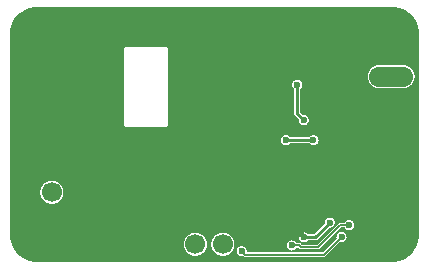
<source format=gbr>
%TF.GenerationSoftware,Altium Limited,Altium Designer,20.1.8 (145)*%
G04 Layer_Physical_Order=2*
G04 Layer_Color=16711680*
%FSLAX24Y24*%
%MOIN*%
%TF.SameCoordinates,EFFAC6F7-03CC-4013-BD78-E1C7C4EA7A57*%
%TF.FilePolarity,Positive*%
%TF.FileFunction,Copper,L2,Bot,Signal*%
%TF.Part,Single*%
G01*
G75*
%TA.AperFunction,Conductor*%
%ADD27C,0.0050*%
%ADD29C,0.0100*%
%ADD30C,0.0669*%
%TA.AperFunction,ComponentPad*%
%ADD33C,0.0669*%
%TA.AperFunction,ViaPad*%
%ADD34C,0.0984*%
%ADD35O,0.1575X0.0945*%
%ADD36C,0.0236*%
%ADD37C,0.0256*%
%ADD38C,0.0669*%
G36*
X13059Y8546D02*
X13223Y8478D01*
X13372Y8379D01*
X13497Y8253D01*
X13596Y8105D01*
X13665Y7941D01*
X13699Y7766D01*
Y7677D01*
Y984D01*
Y895D01*
X13665Y721D01*
X13596Y556D01*
X13497Y408D01*
X13372Y282D01*
X13223Y183D01*
X13059Y115D01*
X12884Y80D01*
X895D01*
X721Y115D01*
X556Y183D01*
X408Y282D01*
X282Y408D01*
X183Y556D01*
X115Y721D01*
X80Y895D01*
Y984D01*
Y7677D01*
Y7766D01*
X115Y7941D01*
X183Y8105D01*
X282Y8253D01*
X408Y8379D01*
X556Y8478D01*
X721Y8546D01*
X895Y8581D01*
X12884D01*
X13059Y8546D01*
D02*
G37*
%LPC*%
G36*
X13173Y6635D02*
X12386D01*
X12369Y6634D01*
X12353Y6633D01*
X12336Y6631D01*
X12319Y6629D01*
X12303Y6626D01*
X12286Y6622D01*
X12270Y6617D01*
X12254Y6612D01*
X12239Y6605D01*
X12223Y6599D01*
X12208Y6591D01*
X12194Y6583D01*
X12179Y6574D01*
X12165Y6565D01*
X12152Y6555D01*
X12139Y6545D01*
X12126Y6534D01*
X12114Y6522D01*
X12102Y6510D01*
X12091Y6497D01*
X12081Y6484D01*
X12071Y6471D01*
X12062Y6457D01*
X12053Y6442D01*
X12045Y6428D01*
X12037Y6413D01*
X12031Y6397D01*
X12025Y6382D01*
X12019Y6366D01*
X12014Y6350D01*
X12010Y6333D01*
X12007Y6317D01*
X12005Y6300D01*
X12003Y6284D01*
X12002Y6267D01*
X12001Y6250D01*
X12002Y6233D01*
X12003Y6216D01*
X12005Y6200D01*
X12007Y6183D01*
X12010Y6167D01*
X12014Y6150D01*
X12019Y6134D01*
X12025Y6118D01*
X12031Y6103D01*
X12037Y6087D01*
X12045Y6072D01*
X12053Y6058D01*
X12062Y6043D01*
X12071Y6029D01*
X12081Y6016D01*
X12091Y6003D01*
X12102Y5990D01*
X12114Y5978D01*
X12126Y5966D01*
X12139Y5955D01*
X12152Y5945D01*
X12165Y5935D01*
X12179Y5926D01*
X12194Y5917D01*
X12208Y5909D01*
X12223Y5901D01*
X12239Y5895D01*
X12254Y5888D01*
X12270Y5883D01*
X12286Y5878D01*
X12303Y5874D01*
X12319Y5871D01*
X12336Y5869D01*
X12353Y5867D01*
X12369Y5866D01*
X12386Y5865D01*
X13173D01*
X13190Y5866D01*
X13207Y5867D01*
X13224Y5869D01*
X13240Y5871D01*
X13257Y5874D01*
X13273Y5878D01*
X13289Y5883D01*
X13305Y5888D01*
X13321Y5895D01*
X13336Y5901D01*
X13351Y5909D01*
X13366Y5917D01*
X13380Y5926D01*
X13394Y5935D01*
X13408Y5945D01*
X13421Y5955D01*
X13433Y5966D01*
X13446Y5978D01*
X13457Y5990D01*
X13468Y6003D01*
X13479Y6016D01*
X13489Y6029D01*
X13498Y6043D01*
X13507Y6058D01*
X13515Y6072D01*
X13522Y6087D01*
X13529Y6103D01*
X13535Y6118D01*
X13540Y6134D01*
X13545Y6150D01*
X13549Y6167D01*
X13552Y6183D01*
X13555Y6200D01*
X13557Y6216D01*
X13558Y6233D01*
X13558Y6250D01*
X13558Y6267D01*
X13557Y6284D01*
X13555Y6300D01*
X13552Y6317D01*
X13549Y6333D01*
X13545Y6350D01*
X13540Y6366D01*
X13535Y6382D01*
X13529Y6397D01*
X13522Y6413D01*
X13515Y6428D01*
X13507Y6442D01*
X13498Y6457D01*
X13489Y6471D01*
X13479Y6484D01*
X13468Y6497D01*
X13457Y6510D01*
X13446Y6522D01*
X13433Y6534D01*
X13421Y6545D01*
X13408Y6555D01*
X13394Y6565D01*
X13380Y6574D01*
X13366Y6583D01*
X13351Y6591D01*
X13336Y6599D01*
X13321Y6605D01*
X13305Y6612D01*
X13289Y6617D01*
X13273Y6622D01*
X13257Y6626D01*
X13240Y6629D01*
X13224Y6631D01*
X13207Y6633D01*
X13190Y6634D01*
X13173Y6635D01*
D02*
G37*
G36*
X9644Y6142D02*
X9633Y6141D01*
X9623Y6140D01*
X9612Y6138D01*
X9601Y6136D01*
X9590Y6133D01*
X9580Y6129D01*
X9570Y6124D01*
X9560Y6119D01*
X9551Y6113D01*
X9542Y6107D01*
X9534Y6100D01*
X9526Y6092D01*
X9518Y6084D01*
X9511Y6076D01*
X9505Y6067D01*
X9499Y6058D01*
X9494Y6048D01*
X9489Y6038D01*
X9485Y6027D01*
X9482Y6017D01*
X9480Y6006D01*
X9478Y5995D01*
X9477Y5984D01*
X9476Y5973D01*
X9477Y5962D01*
X9478Y5951D01*
X9480Y5941D01*
X9482Y5930D01*
X9485Y5919D01*
X9489Y5909D01*
X9494Y5899D01*
X9499Y5889D01*
X9505Y5880D01*
X9511Y5871D01*
X9518Y5863D01*
X9526Y5854D01*
X9534Y5847D01*
X9542Y5840D01*
X9544Y5838D01*
Y5014D01*
X9545Y5005D01*
X9546Y4996D01*
X9548Y4988D01*
X9550Y4980D01*
X9554Y4972D01*
X9558Y4964D01*
X9562Y4956D01*
X9568Y4950D01*
X9574Y4943D01*
X9696Y4820D01*
X9696Y4818D01*
X9695Y4807D01*
X9695Y4796D01*
X9695Y4785D01*
X9696Y4774D01*
X9698Y4763D01*
X9700Y4752D01*
X9703Y4742D01*
X9707Y4731D01*
X9712Y4721D01*
X9717Y4712D01*
X9723Y4702D01*
X9729Y4693D01*
X9736Y4685D01*
X9744Y4677D01*
X9752Y4669D01*
X9760Y4662D01*
X9769Y4656D01*
X9779Y4650D01*
X9788Y4645D01*
X9798Y4640D01*
X9809Y4636D01*
X9819Y4633D01*
X9830Y4631D01*
X9841Y4629D01*
X9852Y4628D01*
X9863Y4627D01*
X9874Y4628D01*
X9885Y4629D01*
X9896Y4631D01*
X9906Y4633D01*
X9917Y4636D01*
X9927Y4640D01*
X9937Y4645D01*
X9947Y4650D01*
X9956Y4656D01*
X9965Y4662D01*
X9974Y4669D01*
X9982Y4677D01*
X9989Y4685D01*
X9996Y4693D01*
X10003Y4702D01*
X10008Y4712D01*
X10014Y4721D01*
X10018Y4731D01*
X10022Y4742D01*
X10025Y4752D01*
X10028Y4763D01*
X10029Y4774D01*
X10031Y4785D01*
X10031Y4796D01*
X10031Y4807D01*
X10029Y4818D01*
X10028Y4828D01*
X10025Y4839D01*
X10022Y4850D01*
X10018Y4860D01*
X10014Y4870D01*
X10008Y4880D01*
X10003Y4889D01*
X9996Y4898D01*
X9989Y4907D01*
X9982Y4915D01*
X9974Y4922D01*
X9965Y4929D01*
X9956Y4935D01*
X9947Y4941D01*
X9937Y4946D01*
X9927Y4951D01*
X9917Y4955D01*
X9906Y4958D01*
X9896Y4961D01*
X9885Y4962D01*
X9874Y4963D01*
X9863Y4964D01*
X9852Y4963D01*
X9841Y4962D01*
X9838Y4962D01*
X9745Y5055D01*
Y5838D01*
X9747Y5840D01*
X9755Y5847D01*
X9763Y5854D01*
X9771Y5863D01*
X9778Y5871D01*
X9784Y5880D01*
X9790Y5889D01*
X9795Y5899D01*
X9800Y5909D01*
X9804Y5919D01*
X9807Y5930D01*
X9809Y5941D01*
X9811Y5951D01*
X9812Y5962D01*
X9813Y5973D01*
X9812Y5984D01*
X9811Y5995D01*
X9809Y6006D01*
X9807Y6017D01*
X9804Y6027D01*
X9800Y6038D01*
X9795Y6048D01*
X9790Y6058D01*
X9784Y6067D01*
X9778Y6076D01*
X9771Y6084D01*
X9763Y6092D01*
X9755Y6100D01*
X9747Y6107D01*
X9738Y6113D01*
X9729Y6119D01*
X9719Y6124D01*
X9709Y6129D01*
X9699Y6133D01*
X9688Y6136D01*
X9677Y6138D01*
X9666Y6140D01*
X9655Y6141D01*
X9644Y6142D01*
D02*
G37*
G36*
X3930Y7235D02*
X3924Y7235D01*
X3919Y7234D01*
X3913Y7232D01*
X3908Y7230D01*
X3903Y7227D01*
X3899Y7224D01*
X3895Y7220D01*
X3891Y7216D01*
X3888Y7212D01*
X3885Y7207D01*
X3883Y7202D01*
X3881Y7196D01*
X3880Y7191D01*
X3880Y7185D01*
X3880Y4626D01*
X3880Y4620D01*
X3881Y4615D01*
X3883Y4609D01*
X3885Y4604D01*
X3888Y4599D01*
X3891Y4595D01*
X3895Y4591D01*
X3899Y4587D01*
X3903Y4584D01*
X3908Y4581D01*
X3913Y4579D01*
X3919Y4577D01*
X3924Y4576D01*
X3930Y4576D01*
X5285Y4576D01*
X5291Y4576D01*
X5296Y4577D01*
X5302Y4579D01*
X5307Y4581D01*
X5312Y4584D01*
X5316Y4587D01*
X5321Y4591D01*
X5324Y4595D01*
X5328Y4599D01*
X5330Y4604D01*
X5333Y4609D01*
X5334Y4615D01*
X5335Y4620D01*
X5335Y4626D01*
X5335Y7185D01*
X5335Y7191D01*
X5334Y7196D01*
X5333Y7202D01*
X5330Y7207D01*
X5328Y7212D01*
X5324Y7216D01*
X5321Y7220D01*
X5316Y7224D01*
X5312Y7227D01*
X5307Y7230D01*
X5302Y7232D01*
X5296Y7234D01*
X5291Y7235D01*
X5285Y7235D01*
X3930Y7235D01*
D02*
G37*
G36*
X10189Y4295D02*
X10178Y4294D01*
X10167Y4293D01*
X10156Y4291D01*
X10146Y4289D01*
X10135Y4286D01*
X10125Y4282D01*
X10115Y4277D01*
X10105Y4272D01*
X10096Y4266D01*
X10087Y4260D01*
X10078Y4253D01*
X10070Y4245D01*
X10063Y4237D01*
X10056Y4229D01*
X10054Y4226D01*
X9407D01*
X9406Y4229D01*
X9399Y4237D01*
X9391Y4245D01*
X9383Y4253D01*
X9375Y4260D01*
X9366Y4266D01*
X9356Y4272D01*
X9347Y4277D01*
X9337Y4282D01*
X9326Y4286D01*
X9316Y4289D01*
X9305Y4291D01*
X9294Y4293D01*
X9283Y4294D01*
X9272Y4295D01*
X9261Y4294D01*
X9250Y4293D01*
X9239Y4291D01*
X9229Y4289D01*
X9218Y4286D01*
X9208Y4282D01*
X9198Y4277D01*
X9188Y4272D01*
X9179Y4266D01*
X9170Y4260D01*
X9161Y4253D01*
X9153Y4245D01*
X9146Y4237D01*
X9139Y4229D01*
X9132Y4220D01*
X9127Y4210D01*
X9121Y4201D01*
X9117Y4191D01*
X9113Y4180D01*
X9110Y4170D01*
X9107Y4159D01*
X9105Y4148D01*
X9104Y4137D01*
X9104Y4126D01*
X9104Y4115D01*
X9105Y4104D01*
X9107Y4094D01*
X9110Y4083D01*
X9113Y4072D01*
X9117Y4062D01*
X9121Y4052D01*
X9127Y4042D01*
X9132Y4033D01*
X9139Y4024D01*
X9146Y4015D01*
X9153Y4007D01*
X9161Y4000D01*
X9170Y3993D01*
X9179Y3986D01*
X9188Y3981D01*
X9198Y3975D01*
X9208Y3971D01*
X9218Y3967D01*
X9229Y3964D01*
X9239Y3961D01*
X9250Y3960D01*
X9261Y3958D01*
X9272Y3958D01*
X9283Y3958D01*
X9294Y3960D01*
X9305Y3961D01*
X9316Y3964D01*
X9326Y3967D01*
X9337Y3971D01*
X9347Y3975D01*
X9356Y3981D01*
X9366Y3986D01*
X9375Y3993D01*
X9383Y4000D01*
X9391Y4007D01*
X9399Y4015D01*
X9406Y4024D01*
X9407Y4026D01*
X10054D01*
X10056Y4024D01*
X10063Y4015D01*
X10070Y4007D01*
X10078Y4000D01*
X10087Y3993D01*
X10096Y3986D01*
X10105Y3981D01*
X10115Y3975D01*
X10125Y3971D01*
X10135Y3967D01*
X10146Y3964D01*
X10156Y3961D01*
X10167Y3960D01*
X10178Y3958D01*
X10189Y3958D01*
X10200Y3958D01*
X10211Y3960D01*
X10222Y3961D01*
X10233Y3964D01*
X10243Y3967D01*
X10253Y3971D01*
X10264Y3975D01*
X10273Y3981D01*
X10283Y3986D01*
X10292Y3993D01*
X10300Y4000D01*
X10308Y4007D01*
X10316Y4015D01*
X10323Y4024D01*
X10329Y4033D01*
X10335Y4042D01*
X10340Y4052D01*
X10345Y4062D01*
X10348Y4072D01*
X10352Y4083D01*
X10354Y4094D01*
X10356Y4104D01*
X10357Y4115D01*
X10357Y4126D01*
X10357Y4137D01*
X10356Y4148D01*
X10354Y4159D01*
X10352Y4170D01*
X10348Y4180D01*
X10345Y4191D01*
X10340Y4201D01*
X10335Y4210D01*
X10329Y4220D01*
X10323Y4229D01*
X10316Y4237D01*
X10308Y4245D01*
X10300Y4253D01*
X10292Y4260D01*
X10283Y4266D01*
X10273Y4272D01*
X10264Y4277D01*
X10253Y4282D01*
X10243Y4286D01*
X10233Y4289D01*
X10222Y4291D01*
X10211Y4293D01*
X10200Y4294D01*
X10189Y4295D01*
D02*
G37*
G36*
X1468Y2776D02*
X1451Y2776D01*
X1434Y2775D01*
X1418Y2773D01*
X1401Y2771D01*
X1384Y2767D01*
X1368Y2763D01*
X1352Y2759D01*
X1336Y2753D01*
X1321Y2747D01*
X1305Y2740D01*
X1290Y2733D01*
X1275Y2725D01*
X1261Y2716D01*
X1247Y2707D01*
X1234Y2697D01*
X1220Y2686D01*
X1208Y2675D01*
X1196Y2664D01*
X1184Y2652D01*
X1173Y2639D01*
X1163Y2626D01*
X1153Y2612D01*
X1143Y2598D01*
X1135Y2584D01*
X1126Y2569D01*
X1119Y2554D01*
X1112Y2539D01*
X1106Y2523D01*
X1101Y2507D01*
X1096Y2491D01*
X1092Y2475D01*
X1089Y2459D01*
X1086Y2442D01*
X1084Y2425D01*
X1083Y2408D01*
X1083Y2392D01*
X1083Y2375D01*
X1084Y2358D01*
X1086Y2341D01*
X1089Y2325D01*
X1092Y2308D01*
X1096Y2292D01*
X1101Y2276D01*
X1106Y2260D01*
X1112Y2244D01*
X1119Y2229D01*
X1126Y2214D01*
X1135Y2199D01*
X1143Y2185D01*
X1153Y2171D01*
X1163Y2157D01*
X1173Y2144D01*
X1184Y2132D01*
X1196Y2120D01*
X1208Y2108D01*
X1220Y2097D01*
X1234Y2086D01*
X1247Y2077D01*
X1261Y2067D01*
X1275Y2059D01*
X1290Y2050D01*
X1305Y2043D01*
X1321Y2036D01*
X1336Y2030D01*
X1352Y2025D01*
X1368Y2020D01*
X1384Y2016D01*
X1401Y2013D01*
X1418Y2010D01*
X1434Y2008D01*
X1451Y2007D01*
X1468Y2007D01*
X1485Y2007D01*
X1501Y2008D01*
X1518Y2010D01*
X1535Y2013D01*
X1551Y2016D01*
X1567Y2020D01*
X1583Y2025D01*
X1599Y2030D01*
X1615Y2036D01*
X1630Y2043D01*
X1645Y2050D01*
X1660Y2059D01*
X1674Y2067D01*
X1688Y2077D01*
X1702Y2086D01*
X1715Y2097D01*
X1728Y2108D01*
X1740Y2120D01*
X1751Y2132D01*
X1762Y2144D01*
X1773Y2157D01*
X1783Y2171D01*
X1792Y2185D01*
X1801Y2199D01*
X1809Y2214D01*
X1816Y2229D01*
X1823Y2244D01*
X1829Y2260D01*
X1835Y2276D01*
X1839Y2292D01*
X1843Y2308D01*
X1847Y2325D01*
X1849Y2341D01*
X1851Y2358D01*
X1852Y2375D01*
X1852Y2392D01*
X1852Y2408D01*
X1851Y2425D01*
X1849Y2442D01*
X1847Y2459D01*
X1843Y2475D01*
X1839Y2491D01*
X1835Y2507D01*
X1829Y2523D01*
X1823Y2539D01*
X1816Y2554D01*
X1809Y2569D01*
X1801Y2584D01*
X1792Y2598D01*
X1783Y2612D01*
X1773Y2626D01*
X1762Y2639D01*
X1751Y2652D01*
X1740Y2664D01*
X1728Y2675D01*
X1715Y2686D01*
X1702Y2697D01*
X1688Y2707D01*
X1674Y2716D01*
X1660Y2725D01*
X1645Y2733D01*
X1630Y2740D01*
X1615Y2747D01*
X1599Y2753D01*
X1583Y2759D01*
X1567Y2763D01*
X1551Y2767D01*
X1535Y2771D01*
X1518Y2773D01*
X1501Y2775D01*
X1485Y2776D01*
X1468Y2776D01*
D02*
G37*
G36*
X10730Y1547D02*
X10719Y1546D01*
X10708Y1545D01*
X10697Y1544D01*
X10686Y1541D01*
X10676Y1538D01*
X10665Y1534D01*
X10655Y1529D01*
X10646Y1524D01*
X10636Y1518D01*
X10627Y1512D01*
X10619Y1505D01*
X10611Y1498D01*
X10603Y1489D01*
X10596Y1481D01*
X10590Y1472D01*
X10584Y1463D01*
X10579Y1453D01*
X10574Y1443D01*
X10570Y1433D01*
X10567Y1422D01*
X10565Y1411D01*
X10563Y1401D01*
X10562Y1390D01*
X10561Y1379D01*
X10562Y1368D01*
X10563Y1357D01*
X10563Y1354D01*
X10196Y987D01*
X9998D01*
X9996Y989D01*
X9989Y997D01*
X9982Y1005D01*
X9974Y1013D01*
X9965Y1020D01*
X9956Y1026D01*
X9947Y1032D01*
X9937Y1037D01*
X9927Y1042D01*
X9917Y1046D01*
X9906Y1049D01*
X9896Y1051D01*
X9885Y1053D01*
X9874Y1054D01*
X9863Y1055D01*
X9863D01*
Y886D01*
X9695Y886D01*
X9695Y875D01*
X9696Y865D01*
X9698Y854D01*
X9700Y843D01*
X9703Y832D01*
X9707Y822D01*
X9712Y812D01*
X9717Y802D01*
X9723Y793D01*
X9729Y784D01*
X9736Y776D01*
X9744Y768D01*
X9752Y760D01*
X9760Y753D01*
X9769Y747D01*
X9779Y741D01*
X9788Y736D01*
X9798Y731D01*
X9809Y727D01*
X9819Y724D01*
X9830Y721D01*
X9841Y720D01*
X9852Y719D01*
X9863Y718D01*
X9874Y719D01*
X9885Y720D01*
X9896Y721D01*
X9906Y724D01*
X9917Y727D01*
X9927Y731D01*
X9937Y736D01*
X9947Y741D01*
X9956Y747D01*
X9965Y753D01*
X9974Y760D01*
X9982Y768D01*
X9989Y776D01*
X9996Y784D01*
X9998Y786D01*
X10238D01*
X10246Y787D01*
X10255Y788D01*
X10263Y790D01*
X10272Y792D01*
X10280Y796D01*
X10288Y800D01*
X10295Y804D01*
X10302Y810D01*
X10308Y816D01*
X10705Y1212D01*
X10708Y1212D01*
X10719Y1211D01*
X10730Y1210D01*
X10741Y1211D01*
X10752Y1212D01*
X10763Y1214D01*
X10773Y1216D01*
X10784Y1219D01*
X10794Y1223D01*
X10804Y1228D01*
X10814Y1233D01*
X10823Y1239D01*
X10832Y1245D01*
X10841Y1252D01*
X10849Y1260D01*
X10856Y1268D01*
X10863Y1276D01*
X10870Y1285D01*
X10875Y1294D01*
X10881Y1304D01*
X10885Y1314D01*
X10889Y1325D01*
X10892Y1335D01*
X10895Y1346D01*
X10896Y1357D01*
X10898Y1368D01*
X10898Y1379D01*
X10898Y1390D01*
X10896Y1401D01*
X10895Y1411D01*
X10892Y1422D01*
X10889Y1433D01*
X10885Y1443D01*
X10881Y1453D01*
X10875Y1463D01*
X10870Y1472D01*
X10863Y1481D01*
X10856Y1489D01*
X10849Y1498D01*
X10841Y1505D01*
X10832Y1512D01*
X10823Y1518D01*
X10814Y1524D01*
X10804Y1529D01*
X10794Y1534D01*
X10784Y1538D01*
X10773Y1541D01*
X10763Y1544D01*
X10752Y1545D01*
X10741Y1546D01*
X10730Y1547D01*
D02*
G37*
G36*
X11381Y1464D02*
X11370Y1463D01*
X11359Y1462D01*
X11348Y1460D01*
X11337Y1458D01*
X11327Y1455D01*
X11317Y1451D01*
X11307Y1446D01*
X11297Y1441D01*
X11287Y1435D01*
X11279Y1429D01*
X11270Y1422D01*
X11262Y1414D01*
X11254Y1406D01*
X11247Y1398D01*
X11241Y1389D01*
X11235Y1380D01*
X11230Y1371D01*
X11076D01*
X11068Y1370D01*
X11061Y1369D01*
X11054Y1367D01*
X11047Y1365D01*
X11040Y1362D01*
X11034Y1358D01*
X11028Y1354D01*
X11023Y1349D01*
X11023Y1349D01*
X10315Y641D01*
X9805D01*
X9775Y671D01*
X9769Y676D01*
X9763Y681D01*
X9757Y684D01*
X9750Y687D01*
X9743Y690D01*
X9736Y692D01*
X9729Y693D01*
X9722Y693D01*
X9615D01*
X9610Y702D01*
X9604Y712D01*
X9598Y720D01*
X9591Y729D01*
X9583Y737D01*
X9575Y745D01*
X9567Y752D01*
X9558Y758D01*
X9549Y764D01*
X9539Y769D01*
X9529Y773D01*
X9519Y777D01*
X9508Y781D01*
X9497Y783D01*
X9487Y785D01*
X9476Y786D01*
X9465Y786D01*
X9454Y786D01*
X9443Y785D01*
X9432Y783D01*
X9421Y781D01*
X9410Y777D01*
X9400Y773D01*
X9390Y769D01*
X9380Y764D01*
X9371Y758D01*
X9362Y752D01*
X9354Y745D01*
X9346Y737D01*
X9338Y729D01*
X9331Y720D01*
X9325Y712D01*
X9319Y702D01*
X9314Y692D01*
X9309Y682D01*
X9305Y672D01*
X9302Y662D01*
X9300Y651D01*
X9298Y640D01*
X9297Y629D01*
X9296Y618D01*
X9297Y607D01*
X9298Y596D01*
X9300Y585D01*
X9302Y575D01*
X9305Y564D01*
X9309Y554D01*
X9314Y544D01*
X9319Y534D01*
X9325Y525D01*
X9331Y516D01*
X9338Y507D01*
X9346Y499D01*
X9354Y492D01*
X9362Y485D01*
X9371Y478D01*
X9380Y472D01*
X9390Y467D01*
X9400Y463D01*
X9410Y459D01*
X9421Y456D01*
X9432Y453D01*
X9443Y451D01*
X9454Y450D01*
X9465Y450D01*
X9476Y450D01*
X9487Y451D01*
X9497Y453D01*
X9508Y456D01*
X9519Y459D01*
X9529Y463D01*
X9539Y467D01*
X9549Y472D01*
X9558Y478D01*
X9567Y485D01*
X9575Y492D01*
X9583Y499D01*
X9591Y507D01*
X9598Y516D01*
X9604Y525D01*
X9610Y534D01*
X9615Y543D01*
X9691D01*
X9720Y513D01*
X9720Y513D01*
X9726Y508D01*
X9732Y504D01*
X9738Y500D01*
X9745Y497D01*
X9752Y494D01*
X9759Y493D01*
X9766Y491D01*
X9774Y491D01*
X9774Y491D01*
X10346D01*
X10354Y491D01*
X10361Y493D01*
X10368Y494D01*
X10375Y497D01*
X10382Y500D01*
X10388Y504D01*
X10394Y508D01*
X10399Y513D01*
X11107Y1220D01*
X11230D01*
X11235Y1211D01*
X11241Y1202D01*
X11247Y1193D01*
X11254Y1185D01*
X11262Y1177D01*
X11270Y1169D01*
X11279Y1162D01*
X11287Y1156D01*
X11297Y1150D01*
X11307Y1145D01*
X11317Y1140D01*
X11327Y1136D01*
X11337Y1133D01*
X11348Y1131D01*
X11359Y1129D01*
X11370Y1128D01*
X11381Y1127D01*
X11392Y1128D01*
X11403Y1129D01*
X11414Y1131D01*
X11424Y1133D01*
X11435Y1136D01*
X11445Y1140D01*
X11455Y1145D01*
X11465Y1150D01*
X11474Y1156D01*
X11483Y1162D01*
X11492Y1169D01*
X11500Y1177D01*
X11507Y1185D01*
X11514Y1193D01*
X11521Y1202D01*
X11527Y1211D01*
X11532Y1221D01*
X11536Y1231D01*
X11540Y1241D01*
X11543Y1252D01*
X11546Y1263D01*
X11548Y1274D01*
X11549Y1285D01*
X11549Y1296D01*
X11549Y1307D01*
X11548Y1317D01*
X11546Y1328D01*
X11543Y1339D01*
X11540Y1350D01*
X11536Y1360D01*
X11532Y1370D01*
X11527Y1380D01*
X11521Y1389D01*
X11514Y1398D01*
X11507Y1406D01*
X11500Y1414D01*
X11492Y1422D01*
X11483Y1429D01*
X11474Y1435D01*
X11465Y1441D01*
X11455Y1446D01*
X11445Y1451D01*
X11435Y1455D01*
X11424Y1458D01*
X11414Y1460D01*
X11403Y1462D01*
X11392Y1463D01*
X11381Y1464D01*
D02*
G37*
G36*
X11123Y1069D02*
X11112Y1069D01*
X11101Y1068D01*
X11090Y1066D01*
X11079Y1063D01*
X11069Y1060D01*
X11058Y1056D01*
X11048Y1052D01*
X11039Y1047D01*
X11029Y1041D01*
X11020Y1034D01*
X11012Y1027D01*
X11004Y1020D01*
X10996Y1012D01*
X10989Y1003D01*
X10983Y994D01*
X10977Y985D01*
X10972Y975D01*
X10967Y965D01*
X10963Y955D01*
X10960Y945D01*
X10958Y934D01*
X10956Y923D01*
X10955Y912D01*
X10954Y901D01*
X10955Y890D01*
X10956Y879D01*
X10958Y868D01*
X10960Y857D01*
X10963Y848D01*
X10505Y389D01*
X8020D01*
X8011Y392D01*
X8003Y396D01*
X7963Y428D01*
X7963Y439D01*
X7962Y450D01*
X7960Y460D01*
X7958Y471D01*
X7955Y482D01*
X7951Y492D01*
X7946Y502D01*
X7941Y512D01*
X7935Y521D01*
X7929Y530D01*
X7922Y539D01*
X7914Y547D01*
X7906Y554D01*
X7898Y561D01*
X7889Y568D01*
X7879Y573D01*
X7870Y579D01*
X7860Y583D01*
X7849Y587D01*
X7839Y590D01*
X7828Y593D01*
X7817Y594D01*
X7806Y596D01*
X7795Y596D01*
X7784Y596D01*
X7773Y594D01*
X7762Y593D01*
X7752Y590D01*
X7741Y587D01*
X7731Y583D01*
X7721Y579D01*
X7711Y573D01*
X7702Y568D01*
X7693Y561D01*
X7684Y554D01*
X7676Y547D01*
X7669Y539D01*
X7662Y530D01*
X7655Y521D01*
X7650Y512D01*
X7644Y502D01*
X7640Y492D01*
X7636Y482D01*
X7633Y471D01*
X7630Y460D01*
X7629Y450D01*
X7627Y439D01*
X7627Y428D01*
X7627Y417D01*
X7629Y406D01*
X7630Y395D01*
X7633Y384D01*
X7636Y374D01*
X7640Y363D01*
X7644Y353D01*
X7650Y344D01*
X7655Y334D01*
X7662Y325D01*
X7669Y317D01*
X7676Y309D01*
X7684Y301D01*
X7693Y294D01*
X7702Y288D01*
X7711Y282D01*
X7721Y277D01*
X7731Y272D01*
X7741Y268D01*
X7752Y265D01*
X7762Y263D01*
X7773Y261D01*
X7784Y260D01*
X7795Y259D01*
X7806Y260D01*
X7817Y261D01*
X7828Y263D01*
X7839Y265D01*
X7849Y268D01*
X7856Y261D01*
X7856Y261D01*
X7861Y256D01*
X7867Y252D01*
X7873Y248D01*
X7880Y245D01*
X7887Y242D01*
X7894Y241D01*
X7901Y240D01*
X7909Y239D01*
X7909Y239D01*
X10536D01*
X10543Y240D01*
X10551Y241D01*
X10558Y242D01*
X10565Y245D01*
X10571Y248D01*
X10578Y252D01*
X10584Y256D01*
X10589Y261D01*
X11069Y741D01*
X11079Y739D01*
X11090Y736D01*
X11101Y734D01*
X11112Y733D01*
X11123Y733D01*
X11134Y733D01*
X11145Y734D01*
X11155Y736D01*
X11166Y739D01*
X11177Y742D01*
X11187Y746D01*
X11197Y750D01*
X11207Y755D01*
X11216Y761D01*
X11225Y768D01*
X11234Y775D01*
X11242Y782D01*
X11249Y790D01*
X11256Y799D01*
X11262Y808D01*
X11268Y817D01*
X11273Y827D01*
X11278Y837D01*
X11282Y847D01*
X11285Y857D01*
X11288Y868D01*
X11289Y879D01*
X11290Y890D01*
X11291Y901D01*
X11290Y912D01*
X11289Y923D01*
X11288Y934D01*
X11285Y945D01*
X11282Y955D01*
X11278Y965D01*
X11273Y975D01*
X11268Y985D01*
X11262Y994D01*
X11256Y1003D01*
X11249Y1012D01*
X11242Y1020D01*
X11234Y1027D01*
X11225Y1034D01*
X11216Y1041D01*
X11207Y1047D01*
X11197Y1052D01*
X11187Y1056D01*
X11177Y1060D01*
X11166Y1063D01*
X11155Y1066D01*
X11145Y1068D01*
X11134Y1069D01*
X11123Y1069D01*
D02*
G37*
G36*
X7166Y1043D02*
X7149Y1043D01*
X7132Y1042D01*
X7115Y1040D01*
X7099Y1038D01*
X7082Y1034D01*
X7066Y1030D01*
X7050Y1026D01*
X7034Y1020D01*
X7018Y1014D01*
X7003Y1007D01*
X6988Y1000D01*
X6973Y992D01*
X6959Y983D01*
X6945Y974D01*
X6931Y964D01*
X6918Y953D01*
X6906Y942D01*
X6894Y931D01*
X6882Y919D01*
X6871Y906D01*
X6860Y893D01*
X6850Y879D01*
X6841Y865D01*
X6832Y851D01*
X6824Y836D01*
X6817Y821D01*
X6810Y806D01*
X6804Y790D01*
X6799Y774D01*
X6794Y758D01*
X6790Y742D01*
X6787Y725D01*
X6784Y709D01*
X6782Y692D01*
X6781Y675D01*
X6781Y659D01*
X6781Y642D01*
X6782Y625D01*
X6784Y608D01*
X6787Y592D01*
X6790Y575D01*
X6794Y559D01*
X6799Y543D01*
X6804Y527D01*
X6810Y511D01*
X6817Y496D01*
X6824Y481D01*
X6832Y466D01*
X6841Y452D01*
X6850Y438D01*
X6860Y424D01*
X6871Y411D01*
X6882Y399D01*
X6894Y387D01*
X6906Y375D01*
X6918Y364D01*
X6931Y353D01*
X6945Y344D01*
X6959Y334D01*
X6973Y325D01*
X6988Y317D01*
X7003Y310D01*
X7018Y303D01*
X7034Y297D01*
X7050Y292D01*
X7066Y287D01*
X7082Y283D01*
X7099Y280D01*
X7115Y277D01*
X7132Y275D01*
X7149Y274D01*
X7166Y274D01*
X7182Y274D01*
X7199Y275D01*
X7216Y277D01*
X7232Y280D01*
X7249Y283D01*
X7265Y287D01*
X7281Y292D01*
X7297Y297D01*
X7313Y303D01*
X7328Y310D01*
X7343Y317D01*
X7358Y325D01*
X7372Y334D01*
X7386Y344D01*
X7400Y353D01*
X7413Y364D01*
X7425Y375D01*
X7438Y387D01*
X7449Y399D01*
X7460Y411D01*
X7471Y424D01*
X7481Y438D01*
X7490Y452D01*
X7499Y466D01*
X7507Y481D01*
X7514Y496D01*
X7521Y511D01*
X7527Y527D01*
X7532Y543D01*
X7537Y559D01*
X7541Y575D01*
X7544Y592D01*
X7547Y608D01*
X7549Y625D01*
X7550Y642D01*
X7550Y659D01*
X7550Y675D01*
X7549Y692D01*
X7547Y709D01*
X7544Y725D01*
X7541Y742D01*
X7537Y758D01*
X7532Y774D01*
X7527Y790D01*
X7521Y806D01*
X7514Y821D01*
X7507Y836D01*
X7499Y851D01*
X7490Y865D01*
X7481Y879D01*
X7471Y893D01*
X7460Y906D01*
X7449Y919D01*
X7438Y931D01*
X7425Y942D01*
X7413Y953D01*
X7400Y964D01*
X7386Y974D01*
X7372Y983D01*
X7358Y992D01*
X7343Y1000D01*
X7328Y1007D01*
X7313Y1014D01*
X7297Y1020D01*
X7281Y1026D01*
X7265Y1030D01*
X7249Y1034D01*
X7232Y1038D01*
X7216Y1040D01*
X7199Y1042D01*
X7182Y1043D01*
X7166Y1043D01*
D02*
G37*
G36*
X6252D02*
X6235Y1043D01*
X6219Y1042D01*
X6202Y1040D01*
X6185Y1038D01*
X6169Y1034D01*
X6152Y1030D01*
X6136Y1026D01*
X6120Y1020D01*
X6105Y1014D01*
X6089Y1007D01*
X6074Y1000D01*
X6060Y992D01*
X6045Y983D01*
X6031Y974D01*
X6018Y964D01*
X6005Y953D01*
X5992Y942D01*
X5980Y931D01*
X5968Y919D01*
X5957Y906D01*
X5947Y893D01*
X5937Y879D01*
X5928Y865D01*
X5919Y851D01*
X5911Y836D01*
X5903Y821D01*
X5897Y806D01*
X5891Y790D01*
X5885Y774D01*
X5880Y758D01*
X5876Y742D01*
X5873Y725D01*
X5871Y709D01*
X5869Y692D01*
X5868Y675D01*
X5867Y659D01*
X5868Y642D01*
X5869Y625D01*
X5871Y608D01*
X5873Y592D01*
X5876Y575D01*
X5880Y559D01*
X5885Y543D01*
X5891Y527D01*
X5897Y511D01*
X5903Y496D01*
X5911Y481D01*
X5919Y466D01*
X5928Y452D01*
X5937Y438D01*
X5947Y424D01*
X5957Y411D01*
X5968Y399D01*
X5980Y387D01*
X5992Y375D01*
X6005Y364D01*
X6018Y353D01*
X6031Y344D01*
X6045Y334D01*
X6060Y325D01*
X6074Y317D01*
X6089Y310D01*
X6105Y303D01*
X6120Y297D01*
X6136Y292D01*
X6152Y287D01*
X6169Y283D01*
X6185Y280D01*
X6202Y277D01*
X6219Y275D01*
X6235Y274D01*
X6252Y274D01*
X6269Y274D01*
X6286Y275D01*
X6302Y277D01*
X6319Y280D01*
X6335Y283D01*
X6352Y287D01*
X6368Y292D01*
X6384Y297D01*
X6399Y303D01*
X6415Y310D01*
X6430Y317D01*
X6444Y325D01*
X6459Y334D01*
X6473Y344D01*
X6486Y353D01*
X6499Y364D01*
X6512Y375D01*
X6524Y387D01*
X6536Y399D01*
X6547Y411D01*
X6557Y424D01*
X6567Y438D01*
X6577Y452D01*
X6585Y466D01*
X6593Y481D01*
X6601Y496D01*
X6607Y511D01*
X6614Y527D01*
X6619Y543D01*
X6624Y559D01*
X6628Y575D01*
X6631Y592D01*
X6633Y608D01*
X6635Y625D01*
X6636Y642D01*
X6637Y659D01*
X6636Y675D01*
X6635Y692D01*
X6633Y709D01*
X6631Y725D01*
X6628Y742D01*
X6624Y758D01*
X6619Y774D01*
X6614Y790D01*
X6607Y806D01*
X6601Y821D01*
X6593Y836D01*
X6585Y851D01*
X6577Y865D01*
X6567Y879D01*
X6557Y893D01*
X6547Y906D01*
X6536Y919D01*
X6524Y931D01*
X6512Y942D01*
X6499Y953D01*
X6486Y964D01*
X6473Y974D01*
X6459Y983D01*
X6444Y992D01*
X6430Y1000D01*
X6415Y1007D01*
X6399Y1014D01*
X6384Y1020D01*
X6368Y1026D01*
X6352Y1030D01*
X6335Y1034D01*
X6319Y1038D01*
X6302Y1040D01*
X6286Y1042D01*
X6269Y1043D01*
X6252Y1043D01*
D02*
G37*
%LPD*%
D27*
X7909Y314D02*
X10536D01*
X7795Y428D02*
X7909Y314D01*
X10536D02*
X11123Y901D01*
X9465Y618D02*
X9722D01*
X9774Y566D01*
X10346D01*
X11076Y1296D01*
X11381D01*
D29*
X9863Y886D02*
X10238D01*
X9863Y4796D02*
Y4796D01*
X9644Y5014D02*
Y5973D01*
Y5014D02*
X9863Y4796D01*
X10238Y886D02*
X10730Y1379D01*
X9272Y4126D02*
X10189D01*
D30*
X12386Y6250D02*
X13173D01*
D33*
X7166Y659D02*
D03*
X6252D02*
D03*
D34*
X984Y7677D02*
D03*
Y984D02*
D03*
X12789D02*
D03*
Y7677D02*
D03*
D35*
Y3346D02*
D03*
Y5315D02*
D03*
X984Y3346D02*
D03*
Y5315D02*
D03*
D36*
X6864Y2797D02*
D03*
X6270Y1760D02*
D03*
Y1260D02*
D03*
X7795Y428D02*
D03*
X9863Y886D02*
D03*
X9465Y618D02*
D03*
X11123Y901D02*
D03*
X11381Y1296D02*
D03*
X9714Y7978D02*
D03*
Y7668D02*
D03*
X10863Y7978D02*
D03*
Y7668D02*
D03*
X10730Y1379D02*
D03*
X9272Y4126D02*
D03*
X10394Y2416D02*
D03*
Y2022D02*
D03*
X7677Y4724D02*
D03*
X7681Y4421D02*
D03*
X10394Y2809D02*
D03*
X10189Y4126D02*
D03*
X9863Y4796D02*
D03*
X8819Y2022D02*
D03*
Y2809D02*
D03*
X9644Y5973D02*
D03*
X8483Y920D02*
D03*
X8218Y916D02*
D03*
X8819Y2416D02*
D03*
X3150Y1575D02*
D03*
X2854D02*
D03*
X3445D02*
D03*
X3740D02*
D03*
X3744Y1271D02*
D03*
X3449D02*
D03*
X2858D02*
D03*
X3153D02*
D03*
X4331Y1575D02*
D03*
X4035D02*
D03*
X4626D02*
D03*
X4921D02*
D03*
X4925Y1271D02*
D03*
X4630D02*
D03*
X4039D02*
D03*
X4335D02*
D03*
X5217Y1575D02*
D03*
X5220Y1271D02*
D03*
X7972Y4724D02*
D03*
X8268D02*
D03*
X8563D02*
D03*
X8567Y4421D02*
D03*
X8272D02*
D03*
X7976D02*
D03*
X10480Y7668D02*
D03*
X10097D02*
D03*
X11246D02*
D03*
X11629D02*
D03*
Y7978D02*
D03*
X11246D02*
D03*
X10097D02*
D03*
X10480D02*
D03*
D37*
X9607Y2416D02*
D03*
X9213Y2022D02*
D03*
Y2416D02*
D03*
Y2809D02*
D03*
X9607D02*
D03*
X10001D02*
D03*
Y2416D02*
D03*
Y2022D02*
D03*
X9607D02*
D03*
D38*
X12386Y6250D02*
D03*
X1468Y2392D02*
D03*
X13173Y6250D02*
D03*
X8072Y3374D02*
D03*
Y2587D02*
D03*
%TF.MD5,97869c9e8cb4572e04d75ed7667ba56a*%
M02*

</source>
